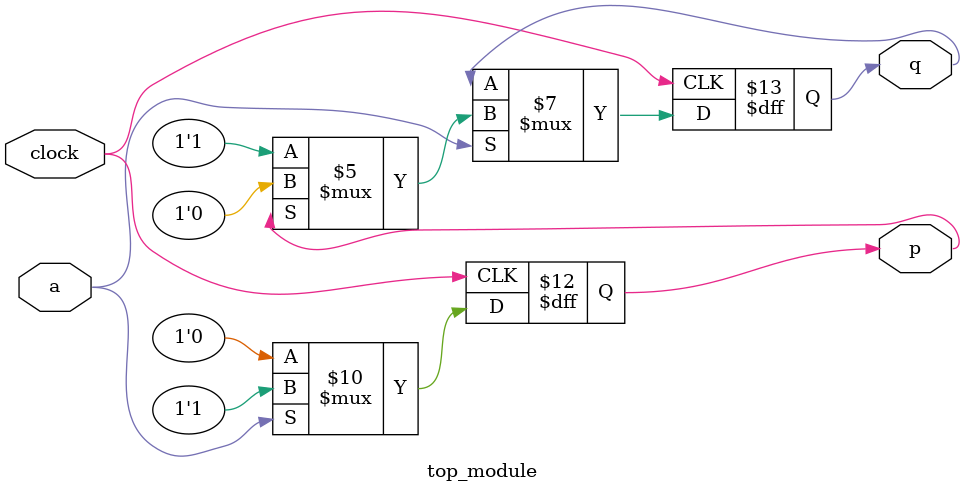
<source format=sv>
module top_module (
    input clock,
    input a, 
    output reg p,
    output reg q
);

always @(posedge clock) begin
    // Update p
    if (a) begin
        p <= 1;
    end else begin
        p <= 0;
    end

    // Update q
    if (a) begin
        if (p == 1) begin
            q <= 0;
        end else begin
            q <= 1;
        end
    end else begin
        q <= q;
    end
end

endmodule

</source>
